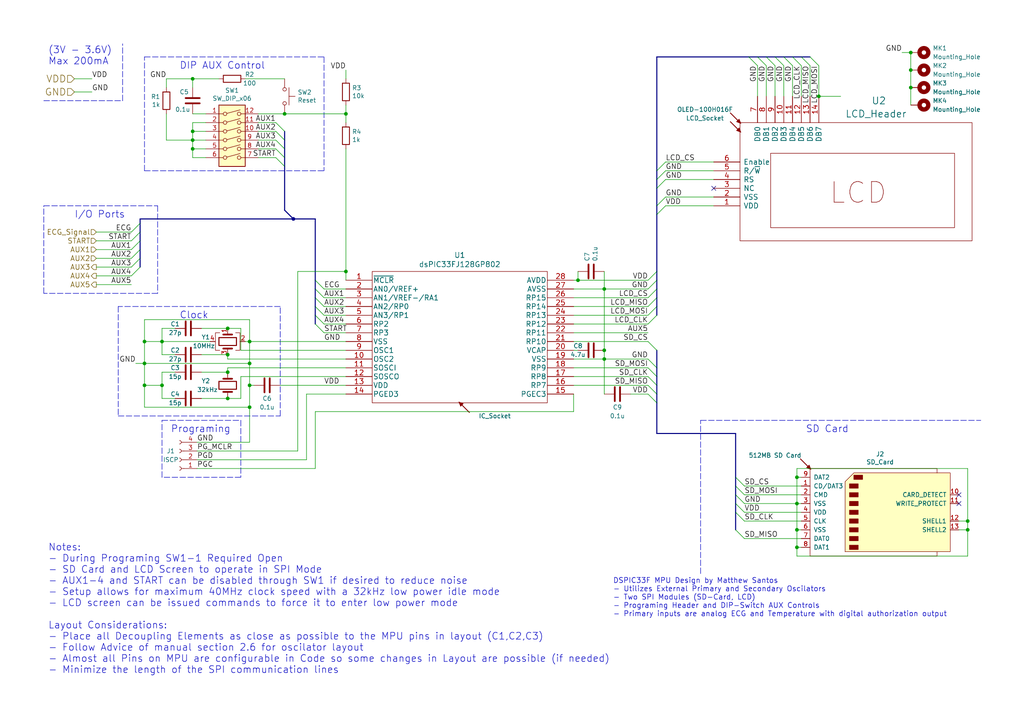
<source format=kicad_sch>
(kicad_sch (version 20231120) (generator "eeschema") (generator_version "8.0")
  (paper "A4")
  (lib_symbols
    (symbol "DSPIC33FJ128GP802:dsPIC33FJ128GP802" (pin_names (offset 0.254))
      (property "Reference" "U" (at 33.02 8.89 0))
      (property "Value" "dsPIC33FJ128GP802" (at 34.29 6.35 0))
      (symbol "dsPIC33FJ128GP802_0_1"
        (rectangle (start 7.62 -35.56) (end 58.42 2.54))
      )
      (symbol "dsPIC33FJ128GP802_1_0"
        (pin input line (at 0 0 0) (length 7.62) (name "~{MCLR}") (number "1"))
        (pin bidirectional line (at 0 -22.86 0) (length 7.62) (name "OSC2") (number "10"))
        (pin bidirectional line (at 0 -25.4 0) (length 7.62) (name "SOSCI") (number "11"))
        (pin bidirectional line (at 0 -27.94 0) (length 7.62) (name "SOSCO") (number "12"))
        (pin power_in line (at 0 -30.48 0) (length 7.62) (name "VDD") (number "13"))
        (pin bidirectional line (at 0 -33.02 0) (length 7.62) (name "PGED3") (number "14"))
        (pin bidirectional line (at 66.04 -33.02 180) (length 7.62) (name "PGEC3") (number "15"))
        (pin bidirectional line (at 66.04 -30.48 180) (length 7.62) (name "RP7") (number "16"))
        (pin bidirectional line (at 66.04 -27.94 180) (length 7.62) (name "RP8") (number "17"))
        (pin bidirectional line (at 66.04 -25.4 180) (length 7.62) (name "RP9") (number "18"))
        (pin power_in line (at 66.04 -22.86 180) (length 7.62) (name "VSS") (number "19"))
        (pin bidirectional line (at 0 -2.54 0) (length 7.62) (name "AN0/VREF+") (number "2"))
        (pin power_in line (at 66.04 -20.32 180) (length 7.62) (name "VCAP") (number "20"))
        (pin bidirectional line (at 66.04 -17.78 180) (length 7.62) (name "RP10") (number "21"))
        (pin bidirectional line (at 66.04 -15.24 180) (length 7.62) (name "RP11") (number "22"))
        (pin bidirectional line (at 66.04 -12.7 180) (length 7.62) (name "RP12") (number "23"))
        (pin bidirectional line (at 66.04 -10.16 180) (length 7.62) (name "RP13") (number "24"))
        (pin bidirectional line (at 66.04 -7.62 180) (length 7.62) (name "RP14") (number "25"))
        (pin bidirectional line (at 66.04 -5.08 180) (length 7.62) (name "RP15") (number "26"))
        (pin power_in line (at 66.04 -2.54 180) (length 7.62) (name "AVSS") (number "27"))
        (pin power_in line (at 66.04 0 180) (length 7.62) (name "AVDD") (number "28"))
        (pin bidirectional line (at 0 -5.08 0) (length 7.62) (name "AN1/VREF-/RA1") (number "3"))
        (pin bidirectional line (at 0 -7.62 0) (length 7.62) (name "AN2/RP0") (number "4"))
        (pin bidirectional line (at 0 -10.16 0) (length 7.62) (name "AN3/RP1") (number "5"))
        (pin bidirectional line (at 0 -12.7 0) (length 7.62) (name "RP2") (number "6"))
        (pin bidirectional line (at 0 -15.24 0) (length 7.62) (name "RP3") (number "7"))
        (pin power_in line (at 0 -17.78 0) (length 7.62) (name "VSS") (number "8"))
        (pin bidirectional line (at 0 -20.32 0) (length 7.62) (name "OSC1") (number "9"))
      )
    )
    (symbol "Main-rescue:C-device" (pin_numbers hide) (pin_names (offset 0.254))
      (property "Reference" "C" (at 0.635 2.54 0))
      (property "Value" "device:C" (at 0.635 -2.54 0))
      (symbol "C-device_0_1"
        (polyline (pts (xy -2.032 -0.762) (xy 2.032 -0.762)) (stroke (width 0.508)))
        (polyline (pts (xy -2.032 0.762) (xy 2.032 0.762)) (stroke (width 0.508)))
      )
      (symbol "C-device_1_1"
        (pin passive line (at 0 3.81 270) (length 2.794) (name "~") (number "1"))
        (pin passive line (at 0 -3.81 90) (length 2.794) (name "~") (number "2"))
      )
    )
    (symbol "Main-rescue:Conn_01x04_Female-conn" (pin_names (offset 1.016) hide)
      (property "Reference" "J" (at 0 5.08 0))
      (property "Value" "conn:Conn_01x04_Female" (at 0 -7.62 0))
      (symbol "Conn_01x04_Female-conn_1_1"
        (arc (start 0 -4.572) (mid -0.508 -5.08) (end 0 -5.588) (stroke (width 0.1524)))
        (arc (start 0 -2.032) (mid -0.508 -2.54) (end 0 -3.048) (stroke (width 0.1524)))
        (polyline (pts (xy -1.27 -5.08) (xy -0.508 -5.08)) (stroke (width 0.1524)))
        (polyline (pts (xy -1.27 -2.54) (xy -0.508 -2.54)) (stroke (width 0.1524)))
        (polyline (pts (xy -1.27 0) (xy -0.508 0)) (stroke (width 0.1524)))
        (polyline (pts (xy -1.27 2.54) (xy -0.508 2.54)) (stroke (width 0.1524)))
        (arc (start 0 0.508) (mid -0.508 0) (end 0 -0.508) (stroke (width 0.1524)))
        (arc (start 0 3.048) (mid -0.508 2.54) (end 0 2.032) (stroke (width 0.1524)))
        (pin passive line (at -5.08 2.54 0) (length 3.81) (name "Pin_1") (number "1"))
        (pin passive line (at -5.08 0 0) (length 3.81) (name "Pin_2") (number "2"))
        (pin passive line (at -5.08 -2.54 0) (length 3.81) (name "Pin_3") (number "3"))
        (pin passive line (at -5.08 -5.08 0) (length 3.81) (name "Pin_4") (number "4"))
      )
    )
    (symbol "Main-rescue:Crystal-device" (pin_numbers hide) (pin_names (offset 1.016) hide)
      (property "Reference" "Y" (at 0 3.81 0))
      (property "Value" "device:Crystal" (at 0 -3.81 0))
      (symbol "Crystal-device_0_1"
        (rectangle (start -1.143 2.54) (end 1.143 -2.54) (stroke (width 0.3048)))
        (polyline (pts (xy -2.54 0) (xy -1.905 0)))
        (polyline (pts (xy -1.905 -1.27) (xy -1.905 1.27)) (stroke (width 0.508)))
        (polyline (pts (xy 1.905 -1.27) (xy 1.905 1.27)) (stroke (width 0.508)))
        (polyline (pts (xy 2.54 0) (xy 1.905 0)))
      )
      (symbol "Crystal-device_1_1"
        (pin passive line (at -3.81 0 0) (length 1.27) (name "1") (number "1"))
        (pin passive line (at 3.81 0 180) (length 1.27) (name "2") (number "2"))
      )
    )
    (symbol "Main-rescue:Crystal_GND24-device" (pin_names (offset 1.016) hide)
      (property "Reference" "Y" (at 3.175 5.08 0))
      (property "Value" "device:Crystal_GND24" (at 3.175 3.175 0))
      (symbol "Crystal_GND24-device_0_1"
        (rectangle (start -1.143 2.54) (end 1.143 -2.54) (stroke (width 0.3048)))
        (polyline (pts (xy -2.54 0) (xy -2.032 0)))
        (polyline (pts (xy -2.032 -1.27) (xy -2.032 1.27)) (stroke (width 0.508)))
        (polyline (pts (xy 0 -3.81) (xy 0 -3.556)))
        (polyline (pts (xy 0 3.556) (xy 0 3.81)))
        (polyline (pts (xy 2.032 -1.27) (xy 2.032 1.27)) (stroke (width 0.508)))
        (polyline (pts (xy 2.032 0) (xy 2.54 0)))
        (polyline (pts (xy -2.54 -2.286) (xy -2.54 -3.556) (xy 2.54 -3.556) (xy 2.54 -2.286)))
        (polyline (pts (xy -2.54 2.286) (xy -2.54 3.556) (xy 2.54 3.556) (xy 2.54 2.286)))
      )
      (symbol "Crystal_GND24-device_1_1"
        (pin passive line (at -3.81 0 0) (length 1.27) (name "1") (number "1"))
        (pin passive line (at 0 5.08 270) (length 1.27) (name "2") (number "2"))
        (pin passive line (at 3.81 0 180) (length 1.27) (name "3") (number "3"))
        (pin passive line (at 0 -5.08 90) (length 1.27) (name "4") (number "4"))
      )
    )
    (symbol "Main-rescue:Mounting_Hole_PAD-mechanical" (pin_numbers hide) (pin_names (offset 1.016) hide)
      (property "Reference" "MK" (at 0 6.35 0))
      (property "Value" "mechanical:Mounting_Hole_PAD" (at 0 4.445 0))
      (symbol "Mounting_Hole_PAD-mechanical_0_1"
        (circle (center 0 1.27) (radius 1.27) (stroke (width 1.27)))
      )
      (symbol "Mounting_Hole_PAD-mechanical_1_1"
        (pin input line (at 0 -2.54 90) (length 2.54) (name "1") (number "1"))
      )
    )
    (symbol "Main-rescue:R-device" (pin_numbers hide) (pin_names (offset 0))
      (property "Reference" "R" (at 2.032 0 90))
      (property "Value" "device:R" (at 0 0 90))
      (symbol "R-device_0_1"
        (rectangle (start -1.016 -2.54) (end 1.016 2.54) (stroke (width 0.254)))
      )
      (symbol "R-device_1_1"
        (pin passive line (at 0 3.81 270) (length 1.27) (name "~") (number "1"))
        (pin passive line (at 0 -3.81 90) (length 1.27) (name "~") (number "2"))
      )
    )
    (symbol "Main-rescue:SD_Card-conn" (pin_names (offset 1.016))
      (property "Reference" "J" (at -16.51 13.97 0))
      (property "Value" "conn:SD_Card" (at 15.24 -13.97 0))
      (symbol "SD_Card-conn_0_1"
        (rectangle (start -8.89 -9.525) (end -6.35 -10.795) (fill (type outline)))
        (rectangle (start -8.89 -6.985) (end -6.35 -8.255) (fill (type outline)))
        (rectangle (start -8.89 -4.445) (end -6.35 -5.715) (fill (type outline)))
        (rectangle (start -8.89 -1.905) (end -6.35 -3.175) (fill (type outline)))
        (rectangle (start -8.89 0.635) (end -6.35 -0.635) (fill (type outline)))
        (rectangle (start -8.89 3.175) (end -6.35 1.905) (fill (type outline)))
        (rectangle (start -8.89 5.715) (end -6.35 4.445) (fill (type outline)))
        (rectangle (start -8.89 8.255) (end -6.35 6.985) (fill (type outline)))
        (rectangle (start -7.62 10.795) (end -5.08 9.525) (fill (type outline)))
        (polyline (pts (xy -10.16 8.89) (xy -7.62 11.43) (xy 20.32 11.43) (xy 20.32 -11.43) (xy -10.16 -11.43) (xy -10.16 8.89)) (fill (type background)))
        (polyline (pts (xy 16.51 11.43) (xy 16.51 12.7) (xy -20.32 12.7) (xy -20.32 -12.7) (xy 16.51 -12.7) (xy 16.51 -11.43)))
      )
      (symbol "SD_Card-conn_1_1"
        (pin input line (at -22.86 7.62 0) (length 2.54) (name "CD/DAT3") (number "1"))
        (pin input line (at 22.86 5.08 180) (length 2.54) (name "CARD_DETECT") (number "10"))
        (pin input line (at 22.86 2.54 180) (length 2.54) (name "WRITE_PROTECT") (number "11"))
        (pin input line (at 22.86 -2.54 180) (length 2.54) (name "SHELL1") (number "12"))
        (pin input line (at 22.86 -5.08 180) (length 2.54) (name "SHELL2") (number "13"))
        (pin input line (at -22.86 5.08 0) (length 2.54) (name "CMD") (number "2"))
        (pin input line (at -22.86 2.54 0) (length 2.54) (name "VSS") (number "3"))
        (pin input line (at -22.86 0 0) (length 2.54) (name "VDD") (number "4"))
        (pin input line (at -22.86 -2.54 0) (length 2.54) (name "CLK") (number "5"))
        (pin input line (at -22.86 -5.08 0) (length 2.54) (name "VSS") (number "6"))
        (pin input line (at -22.86 -7.62 0) (length 2.54) (name "DAT0") (number "7"))
        (pin input line (at -22.86 -10.16 0) (length 2.54) (name "DAT1") (number "8"))
        (pin input line (at -22.86 10.16 0) (length 2.54) (name "DAT2") (number "9"))
      )
    )
    (symbol "Main-rescue:SW_DIP_x06-switches" (pin_names (offset 0) hide)
      (property "Reference" "SW" (at 0 11.43 0))
      (property "Value" "switches:SW_DIP_x06" (at 0 -8.89 0))
      (symbol "SW_DIP_x06-switches_0_0"
        (circle (center -2.032 -5.08) (radius 0.508))
        (circle (center -2.032 -2.54) (radius 0.508))
        (circle (center -2.032 0) (radius 0.508))
        (circle (center -2.032 2.54) (radius 0.508))
        (circle (center -2.032 5.08) (radius 0.508))
        (circle (center -2.032 7.62) (radius 0.508))
        (polyline (pts (xy -1.524 -4.9276) (xy 2.3622 -3.8862)))
        (polyline (pts (xy -1.524 -2.3876) (xy 2.3622 -1.3462)))
        (polyline (pts (xy -1.524 0.127) (xy 2.3622 1.1684)))
        (polyline (pts (xy -1.524 2.667) (xy 2.3622 3.7084)))
        (polyline (pts (xy -1.524 5.207) (xy 2.3622 6.2484)))
        (polyline (pts (xy -1.524 7.747) (xy 2.3622 8.7884)))
        (circle (center 2.032 -5.08) (radius 0.508))
        (circle (center 2.032 -2.54) (radius 0.508))
        (circle (center 2.032 0) (radius 0.508))
        (circle (center 2.032 2.54) (radius 0.508))
        (circle (center 2.032 5.08) (radius 0.508))
        (circle (center 2.032 7.62) (radius 0.508))
      )
      (symbol "SW_DIP_x06-switches_0_1"
        (rectangle (start -3.81 10.16) (end 3.81 -7.62) (stroke (width 0.254)) (fill (type background)))
      )
      (symbol "SW_DIP_x06-switches_1_1"
        (pin passive line (at -7.62 7.62 0) (length 5.08) (name "~") (number "1"))
        (pin passive line (at 7.62 2.54 180) (length 5.08) (name "~") (number "10"))
        (pin passive line (at 7.62 5.08 180) (length 5.08) (name "~") (number "11"))
        (pin passive line (at 7.62 7.62 180) (length 5.08) (name "~") (number "12"))
        (pin passive line (at -7.62 5.08 0) (length 5.08) (name "~") (number "2"))
        (pin passive line (at -7.62 2.54 0) (length 5.08) (name "~") (number "3"))
        (pin passive line (at -7.62 0 0) (length 5.08) (name "~") (number "4"))
        (pin passive line (at -7.62 -2.54 0) (length 5.08) (name "~") (number "5"))
        (pin passive line (at -7.62 -5.08 0) (length 5.08) (name "~") (number "6"))
        (pin passive line (at 7.62 -5.08 180) (length 5.08) (name "~") (number "7"))
        (pin passive line (at 7.62 -2.54 180) (length 5.08) (name "~") (number "8"))
        (pin passive line (at 7.62 0 180) (length 5.08) (name "~") (number "9"))
      )
    )
    (symbol "Main-rescue:SW_Push-switches" (pin_numbers hide) (pin_names (offset 1.016) hide)
      (property "Reference" "SW" (at 1.27 2.54 0))
      (property "Value" "switches:SW_Push" (at 0 -1.524 0))
      (symbol "SW_Push-switches_0_1"
        (circle (center -2.032 0) (radius 0.508))
        (polyline (pts (xy 0 1.27) (xy 0 3.048)))
        (polyline (pts (xy 2.54 1.27) (xy -2.54 1.27)))
        (circle (center 2.032 0) (radius 0.508))
        (pin passive line (at -5.08 0 0) (length 2.54) (name "1") (number "1"))
        (pin passive line (at 5.08 0 180) (length 2.54) (name "2") (number "2"))
      )
    )
    (symbol "Main-rescue:SYM_Arrow45_Small-graphic_symbols" (pin_names (offset 1.016))
      (symbol "SYM_Arrow45_Small-graphic_symbols_0_1"
        (polyline (pts (xy 1.27 -1.27) (xy -1.524 1.524)) (stroke (width 0.254)))
        (polyline (pts (xy 1.524 -1.524) (xy 0.254 -1.016) (xy 1.016 -0.254) (xy 1.524 -1.524)) (fill (type outline)))
      )
    )
    (symbol "OLED-100H016F:OLED-100H016F" (pin_names (offset 1.016))
      (property "Reference" "U" (at 36.83 -1.27 0))
      (property "Value" "OLED-100H016F" (at 36.83 -5.08 0))
      (symbol "OLED-100H016F_0_0"
        (text "LCD" (at 24.13 -27.94 0) (effects (font (size 5.9944 5.9944))))
      )
      (symbol "OLED-100H016F_0_1"
        (rectangle (start -10.16 -7.62) (end 57.15 -41.91))
        (rectangle (start -1.27 -16.51) (end 52.07 -38.1))
      )
      (symbol "OLED-100H016F_1_0"
        (pin bidirectional line (at -17.78 -31.75 0) (length 7.62) (name "VDD") (number "1"))
        (pin bidirectional line (at 2.54 0 270) (length 7.62) (name "DB3") (number "10"))
        (pin bidirectional line (at 5.08 0 270) (length 7.62) (name "DB4") (number "11"))
        (pin bidirectional line (at 7.62 0 270) (length 7.62) (name "DB5") (number "12"))
        (pin bidirectional line (at 10.16 0 270) (length 7.62) (name "DB6") (number "13"))
        (pin bidirectional line (at 12.7 0 270) (length 7.62) (name "DB7") (number "14"))
        (pin bidirectional line (at -17.78 -29.21 0) (length 7.62) (name "VSS") (number "2"))
        (pin bidirectional line (at -17.78 -26.67 0) (length 7.62) (name "NC") (number "3"))
        (pin bidirectional line (at -17.78 -24.13 0) (length 7.62) (name "RS") (number "4"))
        (pin bidirectional line (at -17.78 -21.59 0) (length 7.62) (name "R/~{W}") (number "5"))
        (pin bidirectional line (at -17.78 -19.05 0) (length 7.62) (name "Enable") (number "6"))
        (pin bidirectional line (at -5.08 0 270) (length 7.62) (name "DB0") (number "7"))
        (pin bidirectional line (at -2.54 0 270) (length 7.62) (name "DB1") (number "8"))
        (pin bidirectional line (at 0 0 270) (length 7.62) (name "DB2") (number "9"))
      )
      (symbol "OLED-100H016F_1_1"
        (pin no_connect line (at 16.51 0 270) (length 7.62) hide (name "NC") (number "15"))
        (pin no_connect line (at 19.05 0 270) (length 7.62) hide (name "NC") (number "16"))
      )
    )
  )
  (junction (at 175.26 101.6))
  (junction (at 46.99 99.06))
  (junction (at 264.16 15.24))
  (junction (at 55.88 38.1))
  (junction (at 167.64 81.28))
  (junction (at 41.91 111.76))
  (junction (at 66.04 95.25))
  (junction (at 55.88 22.86))
  (junction (at 72.39 118.11))
  (junction (at 175.26 83.82))
  (junction (at 175.26 104.14))
  (junction (at 72.39 99.06))
  (junction (at 231.14 146.05))
  (junction (at 82.55 33.02))
  (junction (at 55.88 43.18))
  (junction (at 66.04 115.57))
  (junction (at 264.16 20.32))
  (junction (at 85.09 63.5))
  (junction (at 41.91 99.06))
  (junction (at 46.99 111.76))
  (junction (at 231.14 138.43))
  (junction (at 280.67 153.67))
  (junction (at 264.16 25.4))
  (junction (at 41.91 105.41))
  (junction (at 231.14 158.75))
  (junction (at 66.04 102.87))
  (junction (at 231.14 153.67))
  (junction (at 72.39 105.41))
  (junction (at 237.49 27.94))
  (junction (at 66.04 107.95))
  (junction (at 72.39 111.76))
  (junction (at 280.67 151.13))
  (junction (at 100.33 78.74))
  (junction (at 100.33 33.02))
  (junction (at 55.88 40.64))
  (no_connect (at 207.01 54.61))
  (no_connect (at 278.13 146.05))
  (no_connect (at 278.13 143.51))
  (bus_entry (at 187.96 93.98) (size 2.54 -2.54))
  (bus_entry (at 187.96 83.82) (size 2.54 -2.54))
  (bus_entry (at 40.64 69.85) (size -2.54 2.54))
  (bus_entry (at 227.33 19.05) (size -2.54 -2.54))
  (bus_entry (at 80.01 40.64) (size 2.54 2.54))
  (bus_entry (at 187.96 91.44) (size 2.54 -2.54))
  (bus_entry (at 40.64 72.39) (size -2.54 2.54))
  (bus_entry (at 187.96 81.28) (size 2.54 -2.54))
  (bus_entry (at 80.01 45.72) (size 2.54 2.54))
  (bus_entry (at 187.96 114.3) (size 2.54 2.54))
  (bus_entry (at 190.5 52.07) (size 2.54 -2.54))
  (bus_entry (at 232.41 19.05) (size -2.54 -2.54))
  (bus_entry (at 91.44 81.28) (size 2.54 2.54))
  (bus_entry (at 38.1 80.01) (size 2.54 -2.54))
  (bus_entry (at 40.64 67.31) (size -2.54 2.54))
  (bus_entry (at 213.36 138.43) (size 2.54 2.54))
  (bus_entry (at 213.36 143.51) (size 2.54 2.54))
  (bus_entry (at 91.44 88.9) (size 2.54 2.54))
  (bus_entry (at 237.49 19.05) (size -2.54 -2.54))
  (bus_entry (at 190.5 49.53) (size 2.54 -2.54))
  (bus_entry (at 80.01 38.1) (size 2.54 2.54))
  (bus_entry (at 91.44 91.44) (size 2.54 2.54))
  (bus_entry (at 190.5 54.61) (size 2.54 -2.54))
  (bus_entry (at 80.01 43.18) (size 2.54 2.54))
  (bus_entry (at 190.5 114.3) (size -2.54 -2.54))
  (bus_entry (at 234.95 19.05) (size -2.54 -2.54))
  (bus_entry (at 187.96 104.14) (size 2.54 2.54))
  (bus_entry (at 187.96 86.36) (size 2.54 -2.54))
  (bus_entry (at 40.64 64.77) (size -2.54 2.54))
  (bus_entry (at 190.5 109.22) (size -2.54 -2.54))
  (bus_entry (at 38.1 77.47) (size 2.54 -2.54))
  (bus_entry (at 187.96 88.9) (size 2.54 -2.54))
  (bus_entry (at 224.79 19.05) (size -2.54 -2.54))
  (bus_entry (at 187.96 99.06) (size 2.54 2.54))
  (bus_entry (at 190.5 111.76) (size -2.54 -2.54))
  (bus_entry (at 190.5 59.69) (size 2.54 -2.54))
  (bus_entry (at 219.71 19.05) (size -2.54 -2.54))
  (bus_entry (at 190.5 62.23) (size 2.54 -2.54))
  (bus_entry (at 229.87 19.05) (size -2.54 -2.54))
  (bus_entry (at 213.36 146.05) (size 2.54 2.54))
  (bus_entry (at 213.36 140.97) (size 2.54 2.54))
  (bus_entry (at 91.44 93.98) (size 2.54 2.54))
  (bus_entry (at 213.36 148.59) (size 2.54 2.54))
  (bus_entry (at 213.36 153.67) (size 2.54 2.54))
  (bus_entry (at 222.25 19.05) (size -2.54 -2.54))
  (bus_entry (at 91.44 86.36) (size 2.54 2.54))
  (bus_entry (at 91.44 83.82) (size 2.54 2.54))
  (bus_entry (at 80.01 35.56) (size 2.54 2.54))
  (wire (pts (xy 264.16 15.24) (xy 264.16 20.32)))
  (wire (pts (xy 280.67 153.67) (xy 280.67 151.13)))
  (bus (pts (xy 190.5 16.51) (xy 217.17 16.51)))
  (bus (pts (xy 190.5 106.68) (xy 190.5 109.22)))
  (bus (pts (xy 91.44 88.9) (xy 91.44 91.44)))
  (wire (pts (xy 41.91 111.76) (xy 46.99 111.76)))
  (wire (pts (xy 166.37 86.36) (xy 187.96 86.36)))
  (bus (pts (xy 222.25 16.51) (xy 224.79 16.51)))
  (wire (pts (xy 88.9 114.3) (xy 100.33 114.3)))
  (wire (pts (xy 82.55 33.02) (xy 100.33 33.02)))
  (wire (pts (xy 215.9 140.97) (xy 232.41 140.97)))
  (wire (pts (xy 63.5 22.86) (xy 55.88 22.86)))
  (wire (pts (xy 175.26 101.6) (xy 175.26 104.14)))
  (polyline (pts (xy 69.85 138.43) (xy 46.99 138.43)) (stroke (width 0) (type dash)))
  (wire (pts (xy 88.9 133.35) (xy 88.9 114.3)))
  (polyline (pts (xy 203.2 166.37) (xy 203.2 121.92)) (stroke (width 0) (type dash)))
  (wire (pts (xy 215.9 143.51) (xy 232.41 143.51)))
  (wire (pts (xy 86.36 78.74) (xy 100.33 78.74)))
  (wire (pts (xy 166.37 81.28) (xy 167.64 81.28)))
  (bus (pts (xy 213.36 148.59) (xy 213.36 153.67)))
  (wire (pts (xy 66.04 104.14) (xy 100.33 104.14)))
  (wire (pts (xy 175.26 104.14) (xy 187.96 104.14)))
  (wire (pts (xy 91.44 119.38) (xy 91.44 135.89)))
  (bus (pts (xy 82.55 45.72) (xy 82.55 48.26)))
  (polyline (pts (xy 46.99 121.92) (xy 69.85 121.92)) (stroke (width 0) (type dash)))
  (bus (pts (xy 190.5 88.9) (xy 190.5 91.44)))
  (polyline (pts (xy 12.7 59.69) (xy 45.72 59.69)) (stroke (width 0) (type dash)))
  (wire (pts (xy 27.94 69.85) (xy 38.1 69.85)))
  (wire (pts (xy 46.99 107.95) (xy 46.99 111.76)))
  (wire (pts (xy 60.96 99.06) (xy 46.99 99.06)))
  (wire (pts (xy 41.91 92.71) (xy 41.91 99.06)))
  (bus (pts (xy 229.87 16.51) (xy 232.41 16.51)))
  (wire (pts (xy 59.69 33.02) (xy 55.88 33.02)))
  (wire (pts (xy 93.98 91.44) (xy 100.33 91.44)))
  (wire (pts (xy 58.42 107.95) (xy 66.04 107.95)))
  (wire (pts (xy 72.39 128.27) (xy 72.39 118.11)))
  (wire (pts (xy 166.37 111.76) (xy 187.96 111.76)))
  (bus (pts (xy 82.55 40.64) (xy 82.55 43.18)))
  (bus (pts (xy 190.5 86.36) (xy 190.5 88.9)))
  (bus (pts (xy 40.64 64.77) (xy 40.64 67.31)))
  (polyline (pts (xy 34.29 120.65) (xy 81.28 120.65)) (stroke (width 0) (type dash)))
  (wire (pts (xy 58.42 95.25) (xy 66.04 95.25)))
  (wire (pts (xy 55.88 40.64) (xy 55.88 43.18)))
  (wire (pts (xy 229.87 27.94) (xy 229.87 19.05)))
  (wire (pts (xy 280.67 135.89) (xy 280.67 151.13)))
  (wire (pts (xy 261.62 15.24) (xy 264.16 15.24)))
  (wire (pts (xy 58.42 102.87) (xy 66.04 102.87)))
  (bus (pts (xy 219.71 16.51) (xy 222.25 16.51)))
  (wire (pts (xy 21.59 26.67) (xy 26.67 26.67)))
  (wire (pts (xy 231.14 146.05) (xy 231.14 153.67)))
  (wire (pts (xy 69.85 95.25) (xy 69.85 101.6)))
  (polyline (pts (xy 46.99 138.43) (xy 46.99 121.92)) (stroke (width 0) (type dash)))
  (wire (pts (xy 58.42 115.57) (xy 66.04 115.57)))
  (wire (pts (xy 175.26 78.74) (xy 175.26 83.82)))
  (wire (pts (xy 193.04 57.15) (xy 207.01 57.15)))
  (bus (pts (xy 82.55 38.1) (xy 82.55 40.64)))
  (polyline (pts (xy 203.2 121.92) (xy 284.48 121.92)) (stroke (width 0) (type dash)))
  (wire (pts (xy 74.93 38.1) (xy 80.01 38.1)))
  (wire (pts (xy 234.95 27.94) (xy 234.95 19.05)))
  (wire (pts (xy 57.15 135.89) (xy 91.44 135.89)))
  (wire (pts (xy 166.37 99.06) (xy 187.96 99.06)))
  (wire (pts (xy 66.04 115.57) (xy 69.85 115.57)))
  (bus (pts (xy 190.5 101.6) (xy 190.5 106.68)))
  (bus (pts (xy 190.5 111.76) (xy 190.5 114.3)))
  (wire (pts (xy 69.85 101.6) (xy 100.33 101.6)))
  (wire (pts (xy 166.37 96.52) (xy 187.96 96.52)))
  (wire (pts (xy 227.33 19.05) (xy 227.33 27.94)))
  (polyline (pts (xy 45.72 85.09) (xy 12.7 85.09)) (stroke (width 0) (type dash)))
  (wire (pts (xy 57.15 133.35) (xy 88.9 133.35)))
  (wire (pts (xy 46.99 99.06) (xy 46.99 102.87)))
  (wire (pts (xy 166.37 91.44) (xy 187.96 91.44)))
  (wire (pts (xy 74.93 43.18) (xy 80.01 43.18)))
  (wire (pts (xy 231.14 161.29) (xy 280.67 161.29)))
  (wire (pts (xy 231.14 138.43) (xy 232.41 138.43)))
  (wire (pts (xy 81.28 111.76) (xy 100.33 111.76)))
  (wire (pts (xy 48.26 33.02) (xy 48.26 40.64)))
  (polyline (pts (xy 35.56 29.21) (xy 35.56 12.7)) (stroke (width 0) (type dash)))
  (wire (pts (xy 69.85 109.22) (xy 69.85 115.57)))
  (polyline (pts (xy 69.85 121.92) (xy 69.85 138.43)) (stroke (width 0) (type dash)))
  (wire (pts (xy 167.64 81.28) (xy 167.64 78.74)))
  (wire (pts (xy 93.98 86.36) (xy 100.33 86.36)))
  (wire (pts (xy 46.99 111.76) (xy 46.99 115.57)))
  (bus (pts (xy 91.44 91.44) (xy 91.44 93.98)))
  (polyline (pts (xy 93.98 16.51) (xy 93.98 49.53)) (stroke (width 0) (type dash)))
  (wire (pts (xy 280.67 153.67) (xy 278.13 153.67)))
  (wire (pts (xy 39.37 105.41) (xy 41.91 105.41)))
  (wire (pts (xy 41.91 118.11) (xy 72.39 118.11)))
  (wire (pts (xy 50.8 95.25) (xy 46.99 95.25)))
  (wire (pts (xy 91.44 119.38) (xy 166.37 119.38)))
  (wire (pts (xy 46.99 99.06) (xy 41.91 99.06)))
  (wire (pts (xy 55.88 40.64) (xy 48.26 40.64)))
  (wire (pts (xy 215.9 151.13) (xy 232.41 151.13)))
  (polyline (pts (xy 41.91 16.51) (xy 93.98 16.51)) (stroke (width 0) (type dash)))
  (wire (pts (xy 74.93 45.72) (xy 80.01 45.72)))
  (wire (pts (xy 66.04 107.95) (xy 66.04 106.68)))
  (wire (pts (xy 278.13 151.13) (xy 280.67 151.13)))
  (bus (pts (xy 217.17 16.51) (xy 219.71 16.51)))
  (bus (pts (xy 40.64 63.5) (xy 85.09 63.5)))
  (wire (pts (xy 55.88 35.56) (xy 55.88 38.1)))
  (wire (pts (xy 72.39 92.71) (xy 72.39 99.06)))
  (polyline (pts (xy 45.72 59.69) (xy 45.72 85.09)) (stroke (width 0) (type dash)))
  (wire (pts (xy 166.37 93.98) (xy 187.96 93.98)))
  (wire (pts (xy 55.88 43.18) (xy 55.88 45.72)))
  (wire (pts (xy 59.69 38.1) (xy 55.88 38.1)))
  (wire (pts (xy 59.69 43.18) (xy 55.88 43.18)))
  (wire (pts (xy 48.26 22.86) (xy 55.88 22.86)))
  (bus (pts (xy 224.79 16.51) (xy 227.33 16.51)))
  (wire (pts (xy 41.91 105.41) (xy 41.91 111.76)))
  (wire (pts (xy 167.64 81.28) (xy 187.96 81.28)))
  (wire (pts (xy 215.9 148.59) (xy 232.41 148.59)))
  (wire (pts (xy 193.04 46.99) (xy 207.01 46.99)))
  (wire (pts (xy 182.88 114.3) (xy 187.96 114.3)))
  (wire (pts (xy 237.49 27.94) (xy 243.84 27.94)))
  (wire (pts (xy 72.39 99.06) (xy 72.39 105.41)))
  (wire (pts (xy 69.85 109.22) (xy 100.33 109.22)))
  (polyline (pts (xy 81.28 120.65) (xy 81.28 88.9)) (stroke (width 0) (type dash)))
  (wire (pts (xy 193.04 52.07) (xy 207.01 52.07)))
  (wire (pts (xy 66.04 95.25) (xy 69.85 95.25)))
  (wire (pts (xy 66.04 102.87) (xy 66.04 104.14)))
  (bus (pts (xy 213.36 138.43) (xy 213.36 140.97)))
  (wire (pts (xy 27.94 82.55) (xy 38.1 82.55)))
  (wire (pts (xy 55.88 45.72) (xy 59.69 45.72)))
  (bus (pts (xy 213.36 125.73) (xy 213.36 138.43)))
  (wire (pts (xy 93.98 96.52) (xy 100.33 96.52)))
  (wire (pts (xy 237.49 19.05) (xy 237.49 27.94)))
  (bus (pts (xy 190.5 116.84) (xy 190.5 125.73)))
  (bus (pts (xy 190.5 81.28) (xy 190.5 83.82)))
  (wire (pts (xy 100.33 43.18) (xy 100.33 78.74)))
  (wire (pts (xy 50.8 107.95) (xy 46.99 107.95)))
  (wire (pts (xy 100.33 88.9) (xy 93.98 88.9)))
  (bus (pts (xy 82.55 48.26) (xy 82.55 60.96)))
  (wire (pts (xy 48.26 25.4) (xy 48.26 22.86)))
  (bus (pts (xy 232.41 16.51) (xy 234.95 16.51)))
  (wire (pts (xy 215.9 156.21) (xy 232.41 156.21)))
  (wire (pts (xy 231.14 158.75) (xy 231.14 161.29)))
  (wire (pts (xy 175.26 83.82) (xy 187.96 83.82)))
  (bus (pts (xy 190.5 52.07) (xy 190.5 54.61)))
  (wire (pts (xy 100.33 78.74) (xy 100.33 81.28)))
  (wire (pts (xy 72.39 105.41) (xy 41.91 105.41)))
  (wire (pts (xy 46.99 102.87) (xy 50.8 102.87)))
  (wire (pts (xy 46.99 115.57) (xy 50.8 115.57)))
  (bus (pts (xy 190.5 62.23) (xy 190.5 78.74)))
  (wire (pts (xy 57.15 128.27) (xy 72.39 128.27)))
  (polyline (pts (xy 12.7 85.09) (xy 12.7 59.69)) (stroke (width 0) (type dash)))
  (bus (pts (xy 213.36 146.05) (xy 213.36 148.59)))
  (wire (pts (xy 27.94 72.39) (xy 38.1 72.39)))
  (bus (pts (xy 40.64 63.5) (xy 40.64 64.77)))
  (wire (pts (xy 231.14 135.89) (xy 280.67 135.89)))
  (bus (pts (xy 91.44 81.28) (xy 91.44 83.82)))
  (polyline (pts (xy 34.29 88.9) (xy 34.29 120.65)) (stroke (width 0) (type dash)))
  (wire (pts (xy 41.91 111.76) (xy 41.91 118.11)))
  (wire (pts (xy 231.14 138.43) (xy 231.14 146.05)))
  (bus (pts (xy 190.5 83.82) (xy 190.5 86.36)))
  (wire (pts (xy 166.37 104.14) (xy 175.26 104.14)))
  (wire (pts (xy 232.41 19.05) (xy 232.41 27.94)))
  (wire (pts (xy 166.37 88.9) (xy 187.96 88.9)))
  (wire (pts (xy 264.16 25.4) (xy 264.16 30.48)))
  (bus (pts (xy 85.09 63.5) (xy 91.44 63.5)))
  (bus (pts (xy 91.44 83.82) (xy 91.44 86.36)))
  (bus (pts (xy 40.64 67.31) (xy 40.64 69.85)))
  (wire (pts (xy 72.39 99.06) (xy 100.33 99.06)))
  (wire (pts (xy 72.39 105.41) (xy 72.39 111.76)))
  (wire (pts (xy 55.88 38.1) (xy 55.88 40.64)))
  (polyline (pts (xy 41.91 49.53) (xy 93.98 49.53)) (stroke (width 0) (type dash)))
  (bus (pts (xy 82.55 43.18) (xy 82.55 45.72)))
  (bus (pts (xy 190.5 59.69) (xy 190.5 62.23)))
  (wire (pts (xy 72.39 111.76) (xy 72.39 118.11)))
  (wire (pts (xy 100.33 20.32) (xy 100.33 22.86)))
  (wire (pts (xy 175.26 104.14) (xy 175.26 114.3)))
  (wire (pts (xy 219.71 27.94) (xy 219.71 19.05)))
  (wire (pts (xy 175.26 83.82) (xy 175.26 101.6)))
  (wire (pts (xy 93.98 93.98) (xy 100.33 93.98)))
  (bus (pts (xy 190.5 54.61) (xy 190.5 59.69)))
  (wire (pts (xy 222.25 19.05) (xy 222.25 27.94)))
  (bus (pts (xy 82.55 60.96) (xy 85.09 63.5)))
  (wire (pts (xy 224.79 27.94) (xy 224.79 19.05)))
  (wire (pts (xy 21.59 22.86) (xy 26.67 22.86)))
  (wire (pts (xy 41.91 92.71) (xy 72.39 92.71)))
  (polyline (pts (xy 81.28 88.9) (xy 34.29 88.9)) (stroke (width 0) (type dash)))
  (wire (pts (xy 38.1 80.01) (xy 27.94 80.01)))
  (wire (pts (xy 193.04 59.69) (xy 207.01 59.69)))
  (wire (pts (xy 231.14 153.67) (xy 231.14 158.75)))
  (wire (pts (xy 27.94 67.31) (xy 38.1 67.31)))
  (bus (pts (xy 190.5 125.73) (xy 213.36 125.73)))
  (wire (pts (xy 231.14 158.75) (xy 232.41 158.75)))
  (wire (pts (xy 231.14 146.05) (xy 232.41 146.05)))
  (wire (pts (xy 27.94 74.93) (xy 38.1 74.93)))
  (wire (pts (xy 100.33 30.48) (xy 100.33 33.02)))
  (wire (pts (xy 74.93 33.02) (xy 82.55 33.02)))
  (wire (pts (xy 100.33 33.02) (xy 100.33 35.56)))
  (wire (pts (xy 231.14 153.67) (xy 232.41 153.67)))
  (bus (pts (xy 190.5 49.53) (xy 190.5 52.07)))
  (wire (pts (xy 46.99 95.25) (xy 46.99 99.06)))
  (bus (pts (xy 40.64 69.85) (xy 40.64 72.39)))
  (wire (pts (xy 166.37 119.38) (xy 166.37 114.3)))
  (bus (pts (xy 213.36 143.51) (xy 213.36 146.05)))
  (wire (pts (xy 74.93 40.64) (xy 80.01 40.64)))
  (wire (pts (xy 166.37 101.6) (xy 167.64 101.6)))
  (bus (pts (xy 190.5 109.22) (xy 190.5 111.76)))
  (bus (pts (xy 40.64 74.93) (xy 40.64 77.47)))
  (wire (pts (xy 166.37 106.68) (xy 187.96 106.68)))
  (bus (pts (xy 227.33 16.51) (xy 229.87 16.51)))
  (wire (pts (xy 86.36 78.74) (xy 86.36 130.81)))
  (wire (pts (xy 166.37 83.82) (xy 175.26 83.82)))
  (wire (pts (xy 71.12 22.86) (xy 82.55 22.86)))
  (wire (pts (xy 74.93 35.56) (xy 80.01 35.56)))
  (wire (pts (xy 66.04 106.68) (xy 100.33 106.68)))
  (bus (pts (xy 91.44 86.36) (xy 91.44 88.9)))
  (wire (pts (xy 193.04 49.53) (xy 207.01 49.53)))
  (bus (pts (xy 91.44 63.5) (xy 91.44 81.28)))
  (wire (pts (xy 71.12 99.06) (xy 72.39 99.06)))
  (wire (pts (xy 55.88 40.64) (xy 59.69 40.64)))
  (bus (pts (xy 40.64 72.39) (xy 40.64 74.93)))
  (wire (pts (xy 27.94 77.47) (xy 38.1 77.47)))
  (wire (pts (xy 166.37 109.22) (xy 187.96 109.22)))
  (wire (pts (xy 72.39 111.76) (xy 73.66 111.76)))
  (bus (pts (xy 190.5 114.3) (xy 190.5 116.84)))
  (polyline (pts (xy 41.91 49.53) (xy 41.91 16.51)) (stroke (width 0) (type dash)))
  (bus (pts (xy 190.5 16.51) (xy 190.5 49.53)))
  (wire (pts (xy 264.16 20.32) (xy 264.16 25.4)))
  (wire (pts (xy 93.98 83.82) (xy 100.33 83.82)))
  (wire (pts (xy 215.9 146.05) (xy 231.14 146.05)))
  (wire (pts (xy 59.69 35.56) (xy 55.88 35.56)))
  (wire (pts (xy 280.67 161.29) (xy 280.67 153.67)))
  (polyline (pts (xy 12.7 29.21) (xy 35.56 29.21)) (stroke (width 0) (type dash)))
  (wire (pts (xy 41.91 99.06) (xy 41.91 105.41)))
  (bus (pts (xy 213.36 140.97) (xy 213.36 143.51)))
  (bus (pts (xy 190.5 78.74) (xy 190.5 81.28)))
  (wire (pts (xy 231.14 135.89) (xy 231.14 138.43)))
  (wire (pts (xy 57.15 130.81) (xy 86.36 130.81)))
  (wire (pts (xy 55.88 25.4) (xy 55.88 22.86)))
  (text "DIP AUX Control" (at 52.07 20.32 0) (effects (font (size 2.0066 2.0066)) (justify left bottom)))
  (text "(3V - 3.6V) \nMax 200mA" (at 13.97 19.05 0) (effects (font (size 2.0066 2.0066)) (justify left bottom)))
  (text "I/O Ports" (at 21.59 63.5 0) (effects (font (size 2.0066 2.0066)) (justify left bottom)))
  (text "SD Card" (at 233.68 125.73 0) (effects (font (size 2.0066 2.0066)) (justify left bottom)))
  (text "DSPIC33F MPU Design by Matthew Santos\n- Utilizes External Primary and Secondary Oscilators\n- Two SPI Modules (SD-Card, LCD)\n- Programing Header and DIP-Switch AUX Controls\n- Primary inputs are analog ECG and Temperature with digital authorization output" (at 177.8 179.07 0) (effects (font (size 1.4986 1.4986)) (justify left bottom)))
  (text "Clock" (at 52.07 92.71 0) (effects (font (size 2.0066 2.0066)) (justify left bottom)))
  (text "Programing" (at 49.53 125.73 0) (effects (font (size 2.0066 2.0066)) (justify left bottom)))
  (text "Notes:\n- During Programing SW1-1 Required Open\n- SD Card and LCD Screen to operate in SPI Mode\n- AUX1-4 and START can be disabled through SW1 if desired to reduce noise\n- Setup allows for maximum 40MHz clock speed with a 32kHz low power idle mode\n- LCD screen can be issued commands to force it to enter low power mode\n\nLayout Considerations:\n- Place all Decoupling Elements as close as possible to the MPU pins in layout (C1,C2,C3)\n- Follow Advice of manual section 2.6 for oscilator layout\n- Almost all Pins on MPU are configurable in Code so some changes in Layout are possible (if needed)\n- Minimize the length of the SPI communication lines" (at 13.97 195.58 0) (effects (font (size 2.0066 2.0066)) (justify left bottom)))
  (label "AUX5" (at 187.96 96.52 180) (effects (font (size 1.4986 1.4986))))
  (label "AUX1" (at 93.98 86.36 0) (effects (font (size 1.4986 1.4986))))
  (label "AUX1" (at 38.1 72.39 180) (effects (font (size 1.4986 1.4986))))
  (label "VDD" (at 187.96 114.3 180) (effects (font (size 1.4986 1.4986))))
  (label "SD_CLK" (at 187.96 109.22 180) (effects (font (size 1.4986 1.4986))))
  (label "LCD_CS" (at 187.96 86.36 180) (effects (font (size 1.4986 1.4986))))
  (label "GND" (at 224.79 19.05 270) (effects (font (size 1.4986 1.4986))))
  (label "SD_MOSI" (at 215.9 143.51 0) (effects (font (size 1.4986 1.4986))))
  (label "VDD" (at 215.9 148.59 0) (effects (font (size 1.4986 1.4986))))
  (label "PGD" (at 57.15 133.35 0) (effects (font (size 1.4986 1.4986))))
  (label "GND" (at 187.96 104.14 180) (effects (font (size 1.4986 1.4986))))
  (label "GND" (at 222.25 19.05 270) (effects (font (size 1.4986 1.4986))))
  (label "START" (at 80.01 45.72 180) (effects (font (size 1.4986 1.4986))))
  (label "GND" (at 219.71 19.05 270) (effects (font (size 1.4986 1.4986))))
  (label "START" (at 38.1 69.85 180) (effects (font (size 1.4986 1.4986))))
  (label "SD_MISO" (at 187.96 111.76 180) (effects (font (size 1.4986 1.4986))))
  (label "GND" (at 187.96 83.82 180) (effects (font (size 1.4986 1.4986))))
  (label "SD_CS" (at 215.9 140.97 0) (effects (font (size 1.4986 1.4986))))
  (label "SD_CLK" (at 215.9 151.13 0) (effects (font (size 1.4986 1.4986))))
  (label "PGC" (at 57.15 135.89 0) (effects (font (size 1.4986 1.4986))))
  (label "VDD" (at 187.96 81.28 180) (effects (font (size 1.4986 1.4986))))
  (label "GND" (at 26.67 26.67 0) (effects (font (size 1.4986 1.4986))))
  (label "LCD_MOSI" (at 237.49 19.05 270) (effects (font (size 1.4986 1.4986))))
  (label "GND" (at 39.37 105.41 180) (effects (font (size 1.4986 1.4986))))
  (label "AUX2" (at 80.01 38.1 180) (effects (font (size 1.4986 1.4986))))
  (label "SD_MISO" (at 215.9 156.21 0) (effects (font (size 1.4986 1.4986))))
  (label "AUX3" (at 93.98 91.44 0) (effects (font (size 1.4986 1.4986))))
  (label "SD_CS" (at 187.96 99.06 180) (effects (font (size 1.4986 1.4986))))
  (label "ECG" (at 38.1 67.31 180) (effects (font (size 1.4986 1.4986))))
  (label "LCD_MISO" (at 234.95 19.05 270) (effects (font (size 1.4986 1.4986))))
  (label "LCD_CLK" (at 232.41 19.05 270) (effects (font (size 1.4986 1.4986))))
  (label "LCD_MISO" (at 187.96 88.9 180) (effects (font (size 1.4986 1.4986))))
  (label "AUX4" (at 93.98 93.98 0) (effects (font (size 1.4986 1.4986))))
  (label "LCD_CLK" (at 187.96 93.98 180) (effects (font (size 1.4986 1.4986))))
  (label "SD_MOSI" (at 187.96 106.68 180) (effects (font (size 1.4986 1.4986))))
  (label "GND" (at 193.04 57.15 0) (effects (font (size 1.4986 1.4986))))
  (label "AUX3" (at 80.01 40.64 180) (effects (font (size 1.4986 1.4986))))
  (label "GND" (at 57.15 128.27 0) (effects (font (size 1.4986 1.4986))))
  (label "AUX1" (at 80.01 35.56 180) (effects (font (size 1.4986 1.4986))))
  (label "AUX4" (at 38.1 80.01 180) (effects (font (size 1.4986 1.4986))))
  (label "GND" (at 229.87 19.05 270) (effects (font (size 1.4986 1.4986))))
  (label "PG_MCLR" (at 57.15 130.81 0) (effects (font (size 1.4986 1.4986))))
  (label "VDD" (at 93.98 111.76 0) (effects (font (size 1.4986 1.4986))))
  (label "ECG" (at 93.98 83.82 0) (effects (font (size 1.4986 1.4986))))
  (label "VDD" (at 26.67 22.86 0) (effects (font (size 1.4986 1.4986))))
  (label "AUX5" (at 38.1 82.55 180) (effects (font (size 1.4986 1.4986))))
  (label "GND" (at 193.04 49.53 0) (effects (font (size 1.4986 1.4986))))
  (label "VDD" (at 193.04 59.69 0) (effects (font (size 1.4986 1.4986))))
  (label "LCD_CS" (at 193.04 46.99 0) (effects (font (size 1.4986 1.4986))))
  (label "LCD_MOSI" (at 187.96 91.44 180) (effects (font (size 1.4986 1.4986))))
  (label "GND" (at 215.9 146.05 0) (effects (font (size 1.4986 1.4986))))
  (label "GND" (at 193.04 52.07 0) (effects (font (size 1.4986 1.4986))))
  (label "AUX2" (at 38.1 74.93 180) (effects (font (size 1.4986 1.4986))))
  (label "GND" (at 227.33 19.05 270) (effects (font (size 1.4986 1.4986))))
  (label "AUX3" (at 38.1 77.47 180) (effects (font (size 1.4986 1.4986))))
  (label "AUX2" (at 93.98 88.9 0) (effects (font (size 1.4986 1.4986))))
  (label "GND" (at 48.26 22.86 180) (effects (font (size 1.4986 1.4986))))
  (label "START" (at 93.98 96.52 0) (effects (font (size 1.4986 1.4986))))
  (label "GND" (at 93.98 99.06 0) (effects (font (size 1.4986 1.4986))))
  (label "GND" (at 261.62 15.24 180) (effects (font (size 1.4986 1.4986))))
  (label "AUX4" (at 80.01 43.18 180) (effects (font (size 1.4986 1.4986))))
  (label "VDD" (at 100.33 20.32 180) (effects (font (size 1.4986 1.4986))))
  (hierarchical_label "AUX5" (shape output) (at 27.94 82.55 180) (effects (font (size 1.4986 1.4986))))
  (hierarchical_label "START" (shape input) (at 27.94 69.85 180) (effects (font (size 1.4986 1.4986))))
  (hierarchical_label "AUX4" (shape output) (at 27.94 80.01 180) (effects (font (size 1.4986 1.4986))))
  (hierarchical_label "AUX2" (shape input) (at 27.94 74.93 180) (effects (font (size 1.4986 1.4986))))
  (hierarchical_label "VDD" (shape input) (at 21.59 22.86 180) (effects (font (size 2.0066 2.0066))))
  (hierarchical_label "GND" (shape input) (at 21.59 26.67 180) (effects (font (size 2.0066 2.0066))))
  (hierarchical_label "ECG_Signal" (shape input) (at 27.94 67.31 180) (effects (font (size 1.4986 1.4986))))
  (hierarchical_label "AUX1" (shape input) (at 27.94 72.39 180) (effects (font (size 1.4986 1.4986))))
  (hierarchical_label "AUX3" (shape output) (at 27.94 77.47 180) (effects (font (size 1.4986 1.4986))))
  (symbol (lib_id "Main-rescue:C-device") (at 77.47 111.76 90) (unit 1)
    (property "Reference" "C6" (at 77.47 115.57 90))
    (property "Value" "0.1u" (at 77.47 118.11 90))
    (property "Footprint" "Libraries:C1206C104K4RACTU" (effects (hide yes)))
    (property "Datasheet" "https://content.kemet.com/datasheets/KEM_C1002_X7R_SMD.pdf" (effects (hide yes)))
    (property "manf#" "C1206C104K4RACTU" (effects (hide yes)))
    (property "Digikey" "399-9305-1-ND" (effects (hide yes)))
  )
  (symbol (lib_id "Main-rescue:C-device") (at 171.45 78.74 90) (unit 1)
    (property "Reference" "C7" (at 170.2816 75.819 0) (effects (justify left)))
    (property "Value" "0.1u" (at 172.593 75.819 0) (effects (justify left)))
    (property "Footprint" "Libraries:C1206C104K4RACTU" (effects (hide yes)))
    (property "Datasheet" "https://content.kemet.com/datasheets/KEM_C1002_X7R_SMD.pdf" (effects (hide yes)))
    (property "manf#" "C1206C104K4RACTU" (effects (hide yes)))
    (property "Digikey" "399-9305-1-ND" (effects (hide yes)))
  )
  (symbol (lib_id "Main-rescue:C-device") (at 179.07 114.3 270) (unit 1)
    (property "Reference" "C9" (at 179.07 118.11 90))
    (property "Value" "0.1u" (at 179.07 120.65 90))
    (property "Footprint" "Libraries:C1206C104K4RACTU" (effects (hide yes)))
    (property "Datasheet" "https://content.kemet.com/datasheets/KEM_C1002_X7R_SMD.pdf" (effects (hide yes)))
    (property "manf#" "C1206C104K4RACTU" (effects (hide yes)))
    (property "Digikey" "399-9305-1-ND" (effects (hide yes)))
  )
  (symbol (lib_id "Main-rescue:C-device") (at 171.45 101.6 90) (unit 1)
    (property "Reference" "C8" (at 167.64 100.33 90))
    (property "Value" "4.7u" (at 167.64 102.87 90))
    (property "Footprint" "Libraries:F931C475KAA" (effects (hide yes)))
    (property "Datasheet" "http://datasheets.avx.com/F93.pdf" (effects (hide yes)))
    (property "manf#" "F931C475KAA" (effects (hide yes)))
    (property "Digikey" "478-8265-1-ND" (effects (hide yes)))
  )
  (symbol (lib_id "Main-rescue:R-device") (at 100.33 39.37 180) (unit 1)
    (property "Reference" "R4" (at 102.108 38.2016 0) (effects (justify right)))
    (property "Value" "1k" (at 102.108 40.513 0) (effects (justify right)))
    (property "Footprint" "Resistors_SMD:R_1206_HandSoldering" (effects (hide yes)))
    (property "Datasheet" "http://www.yageo.com/documents/recent/PYu-RC_Group_51_RoHS_L_9.pdf" (effects (hide yes)))
    (property "manf#" "RC1206JR-071KL" (effects (hide yes)))
    (property "Digikey" "311-1.0KERCT-ND" (effects (hide yes)))
  )
  (symbol (lib_id "Main-rescue:R-device") (at 100.33 26.67 0) (unit 1)
    (property "Reference" "R3" (at 102.108 25.5016 0) (effects (justify left)))
    (property "Value" "10k" (at 102.108 27.813 0) (effects (justify left)))
    (property "Footprint" "Resistors_SMD:R_1206_HandSoldering" (effects (hide yes)))
    (property "Datasheet" "http://www.yageo.com/documents/recent/PYu-RC_Group_51_RoHS_L_9.pdf" (effects (hide yes)))
    (property "manf#" "RC1206JR-0710KL" (effects (hide yes)))
    (property "Digikey" "311-10KERCT-ND" (effects (hide yes)))
  )
  (symbol (lib_id "Main-rescue:C-device") (at 55.88 29.21 0) (mirror x) (unit 1)
    (property "Reference" "C5" (at 52.07 26.67 0) (effects (justify left)))
    (property "Value" "0.1u" (at 50.8 31.75 0) (effects (justify left)))
    (property "Footprint" "Libraries:C1206C104K4RACTU" (effects (hide yes)))
    (property "Datasheet" "https://content.kemet.com/datasheets/KEM_C1002_X7R_SMD.pdf" (effects (hide yes)))
    (property "manf#" "C1206C104K4RACTU" (effects (hide yes)))
    (property "Digikey" "399-9305-1-ND" (effects (hide yes)))
  )
  (symbol (lib_id "Main-rescue:Conn_01x04_Female-conn") (at 52.07 133.35 180) (unit 1)
    (property "Reference" "J1" (at 49.53 130.81 0))
    (property "Value" "ISCP" (at 49.53 133.35 0))
    (property "Footprint" "Pin_Headers:Pin_Header_Straight_1x04_Pitch2.54mm" (effects (hide yes)))
    (property "Datasheet" "http://katalog.we-online.de/em/datasheet/6130xx11121.pdf" (effects (hide yes)))
    (property "manf#" "61300411121" (effects (hide yes)))
    (property "Digikey" "732-5317-ND" (effects (hide yes)))
  )
  (symbol (lib_id "Main-rescue:R-device") (at 67.31 22.86 270) (mirror x) (unit 1)
    (property "Reference" "R2" (at 72.39 21.59 90))
    (property "Value" "100" (at 72.39 24.13 90))
    (property "Footprint" "Resistors_SMD:R_1206_HandSoldering" (effects (hide yes)))
    (property "Datasheet" "http://www.yageo.com/NewPortal/yageodocoutput?fileName=/pdf/R-Chip/PYu-AC_51_RoHS_L_6.pdf" (effects (hide yes)))
    (property "manf#" "AC1206FR-07100RL" (effects (hide yes)))
    (property "Digikey" "YAG3804CT-ND" (effects (hide yes)))
  )
  (symbol (lib_id "Main-rescue:Crystal-device") (at 66.04 111.76 270) (unit 1)
    (property "Reference" "Y2" (at 58.42 110.49 90) (effects (justify left)))
    (property "Value" "32kHz" (at 57.15 113.03 90) (effects (justify left)))
    (property "Footprint" "Libraries:AB38T-32KHZ" (effects (hide yes)))
    (property "Datasheet" "https://abracon.com/Resonators/AB38T.pdf" (effects (hide yes)))
    (property "manf#" "AB38T-32.768KHZ" (effects (hide yes)))
    (property "Digikey" "535-9034-ND" (effects (hide yes)))
  )
  (symbol (lib_id "Main-rescue:C-device") (at 54.61 95.25 90) (unit 1)
    (property "Reference" "C1" (at 50.8 93.98 90))
    (property "Value" "27p" (at 50.8 96.52 90))
    (property "Footprint" "Libraries:C1206C270F5GACTU" (effects (hide yes)))
    (property "Datasheet" "https://search.kemet.com/component-edge/download/datasheet/C1206C270F5GACTU.pdf" (effects (hide yes)))
    (property "manf#" "C1206C270F5GACTU" (effects (hide yes)))
    (property "Digikey" "399-9339-1-ND" (effects (hide yes)))
  )
  (symbol (lib_id "OLED-100H016F:OLED-100H016F") (at 224.79 27.94 0) (unit 1)
    (property "Reference" "U2" (at 252.73 29.21 0) (effects (font (size 2.0066 2.0066)) (justify left)))
    (property "Value" "LCD_Header" (at 245.11 33.02 0) (effects (font (size 2.0066 2.0066)) (justify left)))
    (property "Footprint" "Pin_Headers:Pin_Header_Straight_2x08_Pitch2.54mm" (effects (hide yes)))
    (property "Datasheet" "https://cdn.amphenol-icc.com/media/wysiwyg/files/drawing/67996.pdf" (effects (hide yes)))
    (property "manf#" "67996-416HLF" (effects (hide yes)))
    (property "Digikey" "609-3220-ND" (effects (hide yes)))
  )
  (symbol (lib_id "Main-rescue:C-device") (at 54.61 107.95 90) (unit 1)
    (property "Reference" "C3" (at 50.8 106.68 90))
    (property "Value" "15p" (at 50.8 109.22 90))
    (property "Footprint" "Libraries:C1206C150J5GACTU" (effects (hide yes)))
    (property "Datasheet" "https://search.kemet.com/component-edge/download/datasheet/C1206C150J5GACTU.pdf" (effects (hide yes)))
    (property "manf#" "C1206C150J5GACTU" (effects (hide yes)))
    (property "Digikey" "399-1194-2-ND" (effects (hide yes)))
  )
  (symbol (lib_id "Main-rescue:SD_Card-conn") (at 255.27 148.59 0) (unit 1)
    (property "Reference" "J2" (at 255.27 131.699 0))
    (property "Value" "SD_Card" (at 255.27 134.0104 0))
    (property "Footprint" "Libraries:145638009211859+" (effects (hide yes)))
    (property "Datasheet" "https://global.kyocera.com/prdct/electro/product/pdf/5638.pdf" (effects (hide yes)))
    (property "manf#" "145638009211859+" (effects (hide yes)))
    (property "Digikey" "478-4059-1-ND" (effects (hide yes)))
  )
  (symbol (lib_id "DSPIC33FJ128GP802:dsPIC33FJ128GP802") (at 100.33 81.28 0) (unit 1)
    (property "Reference" "U1" (at 133.35 73.9902 0) (effects (font (size 1.524 1.524))))
    (property "Value" "dsPIC33FJ128GP802" (at 133.35 76.6826 0) (effects (font (size 1.524 1.524))))
    (property "Footprint" "Libraries:DSPIC33FJ128GP802" (effects (hide yes)))
    (property "Datasheet" "http://ww1.microchip.com/downloads/en/DeviceDoc/70292G.pdf" (effects (hide yes)))
    (property "manf#" "DSPIC33FJ128GP802-I/SP" (effects (hide yes)))
    (property "Digikey" "DSPIC33FJ128GP802-I/SP-ND" (effects (hide yes)))
  )
  (symbol (lib_id "Main-rescue:SYM_Arrow45_Small-graphic_symbols") (at 213.36 34.29 0) (unit 1)
    (property "Reference" "SYM2" (effects (hide yes)))
    (property "Value" "OLED-100H016F" (at 204.47 31.75 0))
    (property "Datasheet" "http://www.vishay.com/docs/37711/oled100h016f.pdf" (effects (hide yes)))
    (property "manf#" "O100H016FBPP5N0000" (effects (hide yes)))
    (property "Digikey" "541-3451-ND" (effects (hide yes)))
  )
  (symbol (lib_id "Main-rescue:Mounting_Hole_PAD-mechanical") (at 266.7 15.24 270) (unit 1)
    (property "Reference" "MK1" (at 270.51 13.97 90) (effects (justify left)))
    (property "Value" "Mounting_Hole" (at 270.51 16.51 90) (effects (justify left)))
    (property "Footprint" "Libraries:MountingHole_2.5mm_Pad" (effects (hide yes)))
    (property "manf#" "N/A" (effects (hide yes)))
    (property "Digikey" "N/A" (effects (hide yes)))
  )
  (symbol (lib_id "Main-rescue:Mounting_Hole_PAD-mechanical") (at 266.7 20.32 270) (unit 1)
    (property "Reference" "MK2" (at 270.51 19.05 90) (effects (justify left)))
    (property "Value" "Mounting_Hole" (at 270.51 21.59 90) (effects (justify left)))
    (property "Footprint" "Libraries:MountingHole_2.5mm_Pad" (effects (hide yes)))
    (property "manf#" "N/A" (effects (hide yes)))
    (property "Digikey" "N/A" (effects (hide yes)))
  )
  (symbol (lib_id "Main-rescue:Mounting_Hole_PAD-mechanical") (at 266.7 25.4 270) (unit 1)
    (property "Reference" "MK3" (at 270.51 24.13 90) (effects (justify left)))
    (property "Value" "Mounting_Hole" (at 270.51 26.67 90) (effects (justify left)))
    (property "Footprint" "Libraries:MountingHole_2.5mm_Pad" (effects (hide yes)))
    (property "manf#" "N/A" (effects (hide yes)))
    (property "Digikey" "N/A" (effects (hide yes)))
  )
  (symbol (lib_id "Main-rescue:Mounting_Hole_PAD-mechanical") (at 266.7 30.48 270) (unit 1)
    (property "Reference" "MK4" (at 270.51 29.21 90) (effects (justify left)))
    (property "Value" "Mounting_Hole" (at 270.51 31.75 90) (effects (justify left)))
    (property "Footprint" "Libraries:MountingHole_2.5mm_Pad" (effects (hide yes)))
    (property "manf#" "N/A" (effects (hide yes)))
    (property "Digikey" "N/A" (effects (hide yes)))
  )
  (symbol (lib_id "Main-rescue:SYM_Arrow45_Small-graphic_symbols") (at 213.36 36.83 0) (unit 1)
    (property "Reference" "SYM3" (effects (hide yes)))
    (property "Value" "LCD_Socket" (at 204.47 34.29 0))
    (property "Datasheet" "http://www.sullinscorp.com/drawings/78_P(N)PxCxxxLFBN-RC,_10492-H.pdf" (effects (hide yes)))
    (property "manf#" "PPTC082LFBN-RC" (effects (hide yes)))
    (property "Digikey" "S7076-ND" (effects (hide yes)))
  )
  (symbol (lib_id "Main-rescue:SYM_Arrow45_Small-graphic_symbols") (at 233.68 134.62 0) (unit 1)
    (property "Reference" "SYM4" (effects (hide yes)))
    (property "Value" "512MB SD Card" (at 224.79 132.08 0))
    (property "Datasheet" "https://media.digikey.com/pdf/Data%20Sheets/ATP%20Electronics%20PDFs/ATP_SD_Series.pdf" (effects (hide yes)))
    (property "manf#" "AF512SDI-OEM" (effects (hide yes)))
    (property "Digikey" "AF512SDI-OEM-ND" (effects (hide yes)))
  )
  (symbol (lib_id "Main-rescue:SYM_Arrow45_Small-graphic_symbols") (at 134.62 118.11 180) (unit 1)
    (property "Reference" "SYM1" (effects (hide yes)))
    (property "Value" "IC_Socket" (at 143.51 120.65 0))
    (property "Datasheet" "https://media.digikey.com/pdf/Data%20Sheets/On%20Shore%20PDFs/EDXXXDT_Dwg.pdf" (effects (hide yes)))
    (property "manf#" "ED281DT" (effects (hide yes)))
    (property "Digikey" "ED3050-5-ND" (effects (hide yes)))
  )
  (symbol (lib_id "Main-rescue:SW_DIP_x06-switches") (at 67.31 40.64 0) (unit 1)
    (property "Reference" "SW1" (at 67.31 26.2382 0))
    (property "Value" "SW_DIP_x06" (at 67.31 28.5496 0))
    (property "Footprint" "Libraries:418117270906" (effects (hide yes)))
    (property "Datasheet" "http://katalog.we-online.de/em/datasheet/418117270901.pdf" (effects (hide yes)))
    (property "manf#" "418117270906" (effects (hide yes)))
    (property "Digikey" "732-3836-5-ND" (effects (hide yes)))
  )
  (symbol (lib_id "Main-rescue:SW_Push-switches") (at 82.55 27.94 270) (unit 1)
    (property "Reference" "SW2" (at 86.3092 26.7716 90) (effects (justify left)))
    (property "Value" "Reset" (at 86.3092 29.083 90) (effects (justify left)))
    (property "Footprint" "Libraries:TL1105F250Q" (effects (hide yes)))
    (property "Datasheet" "http://spec_sheets.e-switch.com/specs/P010011.pdf" (effects (hide yes)))
    (property "manf#" "TL1105F250Q" (effects (hide yes)))
    (property "Digikey" "EG1828-ND" (effects (hide yes)))
  )
  (symbol (lib_id "Main-rescue:Crystal_GND24-device") (at 66.04 99.06 270) (unit 1)
    (property "Reference" "Y1" (at 58.42 97.79 90) (effects (justify left)))
    (property "Value" "10MHz" (at 55.88 100.33 90) (effects (justify left)))
    (property "Footprint" "Libraries:ABMM-10MHZ-B2-T" (effects (hide yes)))
    (property "Datasheet" "https://abracon.com/Resonators/ABMM.pdf" (effects (hide yes)))
    (property "manf#" "ABMM-10.000MHZ-B2-T" (effects (hide yes)))
    (property "Digikey" "535-9150-1-ND" (effects (hide yes)))
  )
  (symbol (lib_id "Main-rescue:C-device") (at 54.61 102.87 90) (unit 1)
    (property "Reference" "C2" (at 50.8 101.6 90))
    (property "Value" "27p" (at 50.8 104.14 90))
    (property "Footprint" "Libraries:C1206C270F5GACTU" (effects (hide yes)))
    (property "Datasheet" "https://search.kemet.com/component-edge/download/datasheet/C1206C270F5GACTU.pdf" (effects (hide yes)))
    (property "manf#" "C1206C270F5GACTU" (effects (hide yes)))
    (property "Digikey" "399-9339-1-ND" (effects (hide yes)))
  )
  (symbol (lib_id "Main-rescue:C-device") (at 54.61 115.57 90) (unit 1)
    (property "Reference" "C4" (at 50.8 114.3 90))
    (property "Value" "15p" (at 50.8 116.84 90))
    (property "Footprint" "Libraries:C1206C150J5GACTU" (effects (hide yes)))
    (property "Datasheet" "https://search.kemet.com/component-edge/download/datasheet/C1206C150J5GACTU.pdf" (effects (hide yes)))
    (property "manf#" "C1206C150J5GACTU" (effects (hide yes)))
    (property "Digikey" "399-1194-2-ND" (effects (hide yes)))
  )
  (symbol (lib_id "Main-rescue:R-device") (at 48.26 29.21 0) (mirror x) (unit 1)
    (property "Reference" "R1" (at 46.482 28.0416 0) (effects (justify right)))
    (property "Value" "1k" (at 46.482 30.353 0) (effects (justify right)))
    (property "Footprint" "Resistors_SMD:R_1206_HandSoldering" (effects (hide yes)))
    (property "Datasheet" "http://www.yageo.com/documents/recent/PYu-RC_Group_51_RoHS_L_9.pdf" (effects (hide yes)))
    (property "manf#" "RC1206JR-071KL" (effects (hide yes)))
    (property "Digikey" "311-1.0KERCT-ND" (effects (hide yes)))
  )
)
</source>
